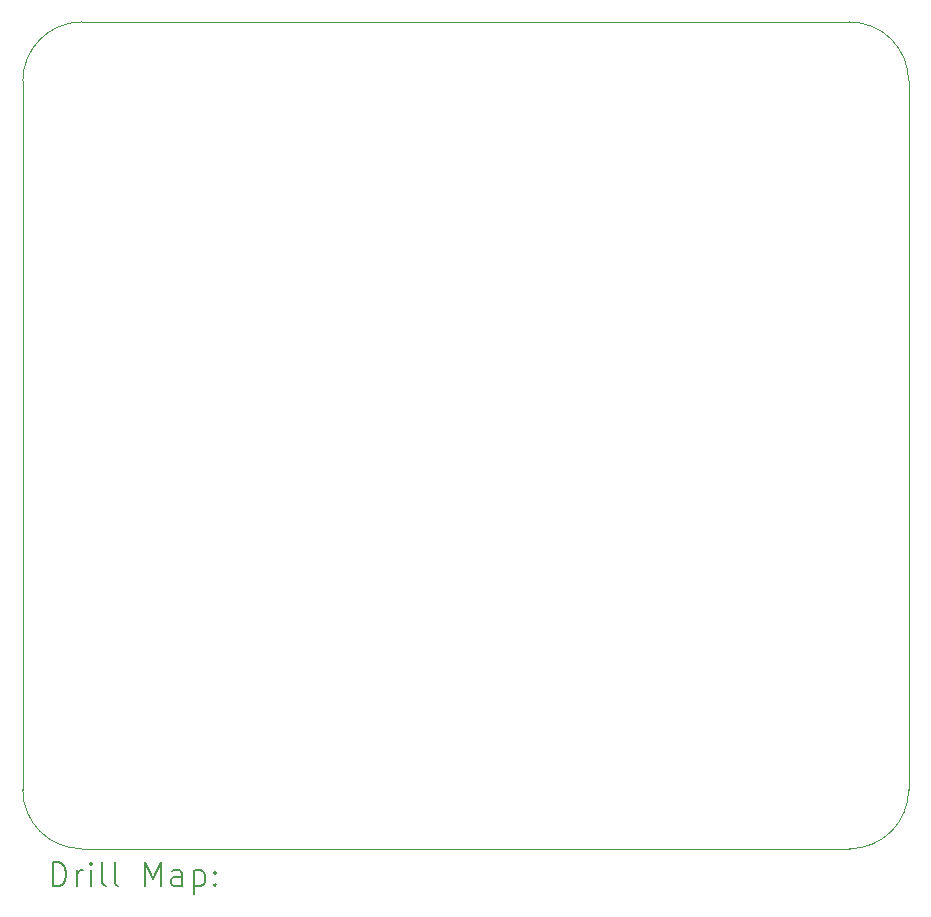
<source format=gbr>
%TF.GenerationSoftware,KiCad,Pcbnew,7.0.7*%
%TF.CreationDate,2023-12-09T17:07:59+00:00*%
%TF.ProjectId,Pack Board,5061636b-2042-46f6-9172-642e6b696361,rev?*%
%TF.SameCoordinates,Original*%
%TF.FileFunction,Drillmap*%
%TF.FilePolarity,Positive*%
%FSLAX45Y45*%
G04 Gerber Fmt 4.5, Leading zero omitted, Abs format (unit mm)*
G04 Created by KiCad (PCBNEW 7.0.7) date 2023-12-09 17:07:59*
%MOMM*%
%LPD*%
G01*
G04 APERTURE LIST*
%ADD10C,0.100000*%
%ADD11C,0.200000*%
G04 APERTURE END LIST*
D10*
X10000000Y-14500000D02*
G75*
G03*
X10500000Y-15000000I500000J0D01*
G01*
X17500000Y-8500000D02*
G75*
G03*
X17000000Y-8000000I-500000J0D01*
G01*
X10000000Y-14500000D02*
X10000000Y-8500000D01*
X17500000Y-14500000D02*
X17500000Y-8500000D01*
X17000000Y-15000000D02*
G75*
G03*
X17500000Y-14500000I0J500000D01*
G01*
X10500000Y-15000000D02*
X17000000Y-15000000D01*
X10500000Y-8000000D02*
X17000000Y-8000000D01*
X10500000Y-8000000D02*
G75*
G03*
X10000000Y-8500000I0J-500000D01*
G01*
D11*
X10255777Y-15316484D02*
X10255777Y-15116484D01*
X10255777Y-15116484D02*
X10303396Y-15116484D01*
X10303396Y-15116484D02*
X10331967Y-15126008D01*
X10331967Y-15126008D02*
X10351015Y-15145055D01*
X10351015Y-15145055D02*
X10360539Y-15164103D01*
X10360539Y-15164103D02*
X10370063Y-15202198D01*
X10370063Y-15202198D02*
X10370063Y-15230769D01*
X10370063Y-15230769D02*
X10360539Y-15268865D01*
X10360539Y-15268865D02*
X10351015Y-15287912D01*
X10351015Y-15287912D02*
X10331967Y-15306960D01*
X10331967Y-15306960D02*
X10303396Y-15316484D01*
X10303396Y-15316484D02*
X10255777Y-15316484D01*
X10455777Y-15316484D02*
X10455777Y-15183150D01*
X10455777Y-15221246D02*
X10465301Y-15202198D01*
X10465301Y-15202198D02*
X10474824Y-15192674D01*
X10474824Y-15192674D02*
X10493872Y-15183150D01*
X10493872Y-15183150D02*
X10512920Y-15183150D01*
X10579586Y-15316484D02*
X10579586Y-15183150D01*
X10579586Y-15116484D02*
X10570063Y-15126008D01*
X10570063Y-15126008D02*
X10579586Y-15135531D01*
X10579586Y-15135531D02*
X10589110Y-15126008D01*
X10589110Y-15126008D02*
X10579586Y-15116484D01*
X10579586Y-15116484D02*
X10579586Y-15135531D01*
X10703396Y-15316484D02*
X10684348Y-15306960D01*
X10684348Y-15306960D02*
X10674824Y-15287912D01*
X10674824Y-15287912D02*
X10674824Y-15116484D01*
X10808158Y-15316484D02*
X10789110Y-15306960D01*
X10789110Y-15306960D02*
X10779586Y-15287912D01*
X10779586Y-15287912D02*
X10779586Y-15116484D01*
X11036729Y-15316484D02*
X11036729Y-15116484D01*
X11036729Y-15116484D02*
X11103396Y-15259341D01*
X11103396Y-15259341D02*
X11170063Y-15116484D01*
X11170063Y-15116484D02*
X11170063Y-15316484D01*
X11351015Y-15316484D02*
X11351015Y-15211722D01*
X11351015Y-15211722D02*
X11341491Y-15192674D01*
X11341491Y-15192674D02*
X11322443Y-15183150D01*
X11322443Y-15183150D02*
X11284348Y-15183150D01*
X11284348Y-15183150D02*
X11265301Y-15192674D01*
X11351015Y-15306960D02*
X11331967Y-15316484D01*
X11331967Y-15316484D02*
X11284348Y-15316484D01*
X11284348Y-15316484D02*
X11265301Y-15306960D01*
X11265301Y-15306960D02*
X11255777Y-15287912D01*
X11255777Y-15287912D02*
X11255777Y-15268865D01*
X11255777Y-15268865D02*
X11265301Y-15249817D01*
X11265301Y-15249817D02*
X11284348Y-15240293D01*
X11284348Y-15240293D02*
X11331967Y-15240293D01*
X11331967Y-15240293D02*
X11351015Y-15230769D01*
X11446253Y-15183150D02*
X11446253Y-15383150D01*
X11446253Y-15192674D02*
X11465301Y-15183150D01*
X11465301Y-15183150D02*
X11503396Y-15183150D01*
X11503396Y-15183150D02*
X11522443Y-15192674D01*
X11522443Y-15192674D02*
X11531967Y-15202198D01*
X11531967Y-15202198D02*
X11541491Y-15221246D01*
X11541491Y-15221246D02*
X11541491Y-15278388D01*
X11541491Y-15278388D02*
X11531967Y-15297436D01*
X11531967Y-15297436D02*
X11522443Y-15306960D01*
X11522443Y-15306960D02*
X11503396Y-15316484D01*
X11503396Y-15316484D02*
X11465301Y-15316484D01*
X11465301Y-15316484D02*
X11446253Y-15306960D01*
X11627205Y-15297436D02*
X11636729Y-15306960D01*
X11636729Y-15306960D02*
X11627205Y-15316484D01*
X11627205Y-15316484D02*
X11617682Y-15306960D01*
X11617682Y-15306960D02*
X11627205Y-15297436D01*
X11627205Y-15297436D02*
X11627205Y-15316484D01*
X11627205Y-15192674D02*
X11636729Y-15202198D01*
X11636729Y-15202198D02*
X11627205Y-15211722D01*
X11627205Y-15211722D02*
X11617682Y-15202198D01*
X11617682Y-15202198D02*
X11627205Y-15192674D01*
X11627205Y-15192674D02*
X11627205Y-15211722D01*
M02*

</source>
